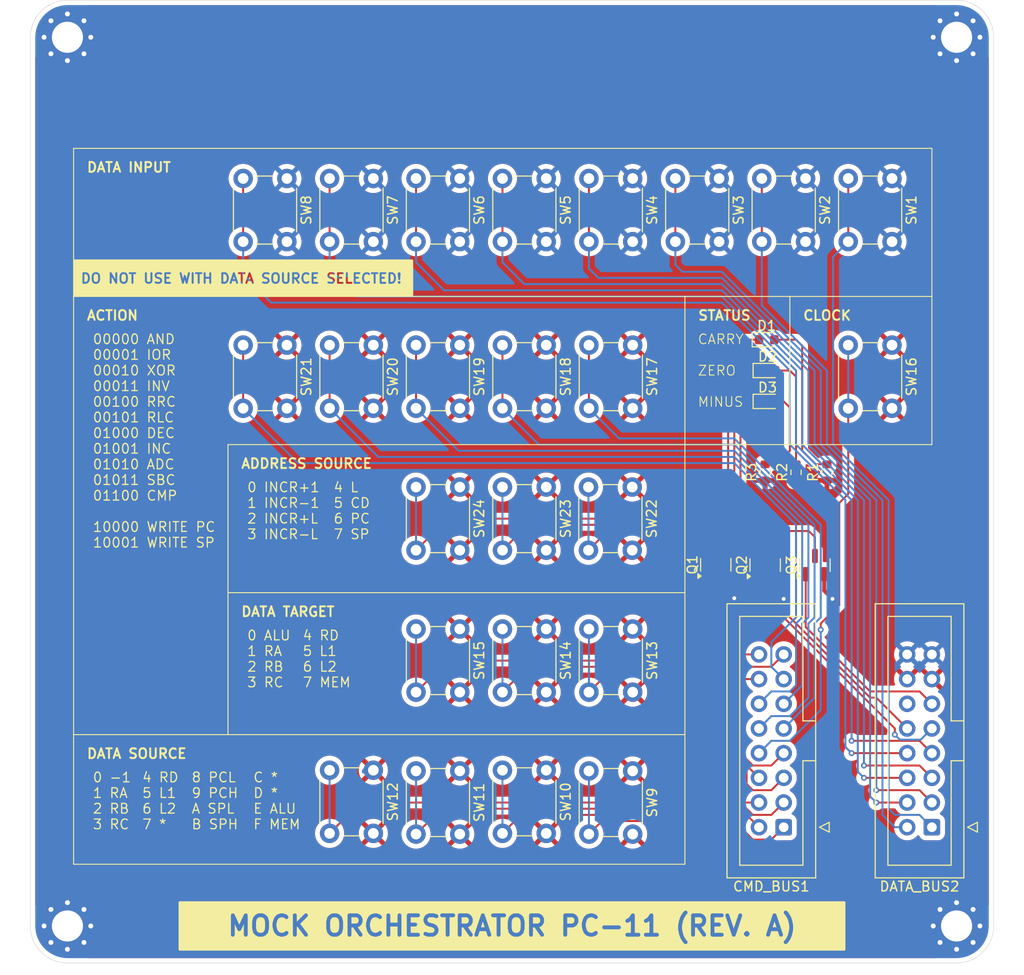
<source format=kicad_pcb>
(kicad_pcb (version 20241229) (generator "pcbnew") (generator_version "9.0")
  (title_block (title "Dual 8-Bit Register Unit") (date "2025-02-13") (rev "PC-01-A"))
  (layers (0 "F.Cu" signal) (2 "B.Cu" signal) (13 "F.Paste" user) (15 "B.Paste" user) (5 "F.SilkS" user "F.Silkscreen") (7 "B.SilkS" user "B.Silkscreen") (1 "F.Mask" user) (3 "B.Mask" user) (25 "Edge.Cuts" user))
  (net 0 "")
  (net 1 "/action2")
  (net 2 "/action0")
  (net 3 "/dtgt0")
  (net 4 "/asrc1")
  (net 5 "/dsrc3")
  (net 6 "/dtgt1")
  (net 7 "/dsrc0")
  (net 8 "/asrc0")
  (net 9 "/action4")
  (net 10 "/dsrc2")
  (net 11 "/dtgt2")
  (net 12 "/dsrc1")
  (net 13 "/action1")
  (net 14 "/asrc2")
  (net 15 "/action3")
  (net 16 "/carryFlag")
  (net 17 "/minusFlag")
  (net 18 "/zeroFlag")
  (net 19 "Net-(D1-A)")
  (net 20 "Net-(D1-K)")
  (net 21 "Net-(D2-K)")
  (net 22 "Net-(D2-A)")
  (net 23 "Net-(D3-K)")
  (net 24 "Net-(D3-A)")
  (net 25 "/data3")
  (net 26 "GND")
  (net 27 "/data2")
  (net 28 "/clock")
  (net 29 "/data6")
  (net 30 "/data5")
  (net 31 "/data7")
  (net 32 "VCC")
  (net 33 "/data4")
  (net 34 "/data0")
  (net 35 "/data1")
  (net 36 "/~{reset}")
  (footprint "Button_Switch_THT:SW_PUSH_6mm" (layer "F.Cu") (at 75.91 41.2 -90)
    (property "Reference" "SW7")
    (property "Value" "SW_Push")
  )
  (footprint "Button_Switch_THT:SW_PUSH_6mm" (layer "F.Cu") (at 102.58 41.2 -90)
    (property "Reference" "SW4")
    (property "Value" "SW_Push")
  )
  (footprint "Button_Switch_THT:SW_PUSH_6mm" (layer "F.Cu") (at 102.535 72.95 -90)
    (property "Reference" "SW22")
    (property "Value" "SW_Push")
  )
  (footprint "LED_SMD:LED_0603_1608Metric" (layer "F.Cu") (at 116.45 64.135)
    (property "Reference" "D3")
    (property "Value" "LED")
  )
  (footprint "Resistor_SMD:R_0603_1608Metric" (layer "F.Cu") (at 116.205 71.437 90)
    (property "Reference" "R3")
    (property "Value" "R")
  )
  (footprint "Button_Switch_THT:SW_PUSH_6mm" (layer "F.Cu") (at 67.02 41.2 -90)
    (property "Reference" "SW8")
    (property "Value" "SW_Push")
  )
  (footprint "Button_Switch_THT:SW_PUSH_6mm" (layer "F.Cu") (at 75.91 102.085 -90)
    (property "Reference" "SW12")
    (property "Value" "SW_Push")
  )
  (footprint "Package_TO_SOT_SMD:SOT-23" (layer "F.Cu") (at 121.325 80.9775 90)
    (property "Reference" "Q3")
    (property "Value" "2N7002")
  )
  (footprint "LED_SMD:LED_0603_1608Metric" (layer "F.Cu") (at 116.45 60.96)
    (property "Reference" "D2")
    (property "Value" "LED")
  )
  (footprint "Button_Switch_THT:SW_PUSH_6mm" (layer "F.Cu") (at 84.8 41.2 -90)
    (property "Reference" "SW6")
    (property "Value" "SW_Push")
  )
  (footprint "Button_Switch_THT:SW_PUSH_6mm" (layer "F.Cu") (at 67.02 58.345 -90)
    (property "Reference" "SW21")
    (property "Value" "SW_Push")
  )
  (footprint "Connector_IDC:IDC-Header_2x08_P2.54mm_Vertical" (layer "F.Cu") (at 133.35 107.95 180)
    (property "Reference" "DATA_BUS2")
    (property "Value" "Conn_01x16")
  )
  (footprint "Button_Switch_THT:SW_PUSH_6mm" (layer "F.Cu") (at 93.69 102.085 -90)
    (property "Reference" "SW10")
    (property "Value" "SW_Push")
  )
  (footprint "Button_Switch_THT:SW_PUSH_6mm" (layer "F.Cu") (at 102.58 87.555 -90)
    (property "Reference" "SW13")
    (property "Value" "SW_Push")
  )
  (footprint "Package_TO_SOT_SMD:SOT-23" (layer "F.Cu") (at 111.125 80.9475 90)
    (property "Reference" "Q1")
    (property "Value" "2N7002")
  )
  (footprint "Button_Switch_THT:SW_PUSH_6mm" (layer "F.Cu") (at 84.8 58.345 -90)
    (property "Reference" "SW19")
    (property "Value" "SW_Push")
  )
  (footprint "MountingHole:MountingHole_3.2mm_M3_Pad_Via" (layer "F.Cu") (at 135.89 118.11)
    (property "Reference" "H3" (hide yes))
    (property "Value" "MountingHole_Pad")
  )
  (footprint "Button_Switch_THT:SW_PUSH_6mm" (layer "F.Cu") (at 84.8 87.555 -90)
    (property "Reference" "SW15")
    (property "Value" "SW_Push")
  )
  (footprint "Button_Switch_THT:SW_PUSH_6mm" (layer "F.Cu") (at 93.69 72.95 -90)
    (property "Reference" "SW23")
    (property "Value" "SW_Push")
  )
  (footprint "Button_Switch_THT:SW_PUSH_6mm" (layer "F.Cu") (at 102.58 102.16 -90)
    (property "Reference" "SW9")
    (property "Value" "SW_Push")
  )
  (footprint "Button_Switch_THT:SW_PUSH_6mm" (layer "F.Cu") (at 93.69 87.555 -90)
    (property "Reference" "SW14")
    (property "Value" "SW_Push")
  )
  (footprint "Connector_IDC:IDC-Header_2x08_P2.54mm_Vertical" (layer "F.Cu") (at 118.11 107.95 180)
    (property "Reference" "CMD_BUS1")
    (property "Value" "Conn_01x16")
  )
  (footprint "Button_Switch_THT:SW_PUSH_6mm" (layer "F.Cu") (at 102.58 58.345 -90)
    (property "Reference" "SW17")
    (property "Value" "SW_Push")
  )
  (footprint "Button_Switch_THT:SW_PUSH_6mm" (layer "F.Cu") (at 84.8 72.95 -90)
    (property "Reference" "SW24")
    (property "Value" "SW_Push")
  )
  (footprint "LED_SMD:LED_0603_1608Metric" (layer "F.Cu") (at 116.3575 57.785)
    (property "Reference" "D1")
    (property "Value" "LED")
  )
  (footprint "Resistor_SMD:R_0603_1608Metric" (layer "F.Cu") (at 122.555 71.437 90)
    (property "Reference" "R1")
    (property "Value" "R")
  )
  (footprint "Button_Switch_THT:SW_PUSH_6mm" (layer "F.Cu") (at 111.47 41.2 -90)
    (property "Reference" "SW3")
    (property "Value" "SW_Push")
  )
  (footprint "Button_Switch_THT:SW_PUSH_6mm" (layer "F.Cu") (at 93.69 41.2 -90)
    (property "Reference" "SW5")
    (property "Value" "SW_Push")
  )
  (footprint "MountingHole:MountingHole_3.2mm_M3_Pad_Via" (layer "F.Cu") (at 44.45 26.67)
    (property "Reference" "H1" (hide yes))
    (property "Value" "MountingHole_Pad")
  )
  (footprint "Button_Switch_THT:SW_PUSH_6mm" (layer "F.Cu") (at 93.69 58.345 -90)
    (property "Reference" "SW18")
    (property "Value" "SW_Push")
  )
  (footprint "Resistor_SMD:R_0603_1608Metric" (layer "F.Cu") (at 119.38 71.437 90)
    (property "Reference" "R2")
    (property "Value" "R")
  )
  (footprint "Button_Switch_THT:SW_PUSH_6mm" (layer "F.Cu") (at 84.8 102.16 -90)
    (property "Reference" "SW11")
    (property "Value" "SW_Push")
  )
  (footprint "Button_Switch_THT:SW_PUSH_6mm" (layer "F.Cu") (at 129.25 58.345 -90)
    (property "Reference" "SW16")
    (property "Value" "SW_Push")
  )
  (footprint "MountingHole:MountingHole_3.2mm_M3_Pad_Via" (layer "F.Cu") (at 135.89 26.67)
    (property "Reference" "H2" (hide yes))
    (property "Value" "MountingHole_Pad")
  )
  (footprint "Button_Switch_THT:SW_PUSH_6mm" (layer "F.Cu") (at 75.91 58.345 -90)
    (property "Reference" "SW20")
    (property "Value" "SW_Push")
  )
  (footprint "Package_TO_SOT_SMD:SOT-23" (layer "F.Cu") (at 116.205 80.9775 90)
    (property "Reference" "Q2")
    (property "Value" "2N7002")
  )
  (footprint "MountingHole:MountingHole_3.2mm_M3_Pad_Via" (layer "F.Cu") (at 44.45 118.11)
    (property "Reference" "H4" (hide yes))
    (property "Value" "MountingHole_Pad")
  )
  (footprint "Button_Switch_THT:SW_PUSH_6mm" (layer "F.Cu") (at 120.36 41.2 -90)
    (property "Reference" "SW2")
    (property "Value" "SW_Push")
  )
  (footprint "Button_Switch_THT:SW_PUSH_6mm" (layer "F.Cu") (at 129.25 41.2 -90)
    (property "Reference" "SW1")
    (property "Value" "SW_Push")
  )
  (gr_line (start 107.95 68.58) (end 106.045 68.58) (stroke (width 0.1)) (layer "F.SilkS"))
  (gr_line (start 107.95 111.76) (end 107.95 98.425) (stroke (width 0.1)) (layer "F.SilkS"))
  (gr_line (start 67.31 53.34) (end 45.085 53.34) (stroke (width 0.1)) (layer "F.SilkS"))
  (gr_line (start 133.35 53.34) (end 133.35 68.58) (stroke (width 0.1)) (layer "F.SilkS"))
  (gr_line (start 107.95 83.82) (end 107.95 68.58) (stroke (width 0.1)) (layer "F.SilkS"))
  (gr_line (start 45.085 38.1) (end 45.085 53.34) (stroke (width 0.1)) (layer "F.SilkS"))
  (gr_line (start 60.96 83.82) (end 107.95 83.82) (stroke (width 0.1)) (layer "F.SilkS"))
  (gr_line (start 107.95 68.58) (end 107.95 53.34) (stroke (width 0.1)) (layer "F.SilkS"))
  (gr_line (start 45.085 53.34) (end 45.085 98.425) (stroke (width 0.1)) (layer "F.SilkS"))
  (gr_line (start 133.35 53.34) (end 133.35 38.1) (stroke (width 0.1)) (layer "F.SilkS"))
  (gr_line (start 60.96 98.425) (end 45.085 98.425) (stroke (width 0.1)) (layer "F.SilkS"))
  (gr_line (start 60.96 68.58) (end 60.96 83.82) (stroke (width 0.1)) (layer "F.SilkS"))
  (gr_line (start 133.35 68.58) (end 107.95 68.58) (stroke (width 0.1)) (layer "F.SilkS"))
  (gr_line (start 45.085 98.425) (end 45.085 111.125) (stroke (width 0.1)) (layer "F.SilkS"))
  (gr_line (start 45.085 111.125) (end 45.085 111.76) (stroke (width 0.1)) (layer "F.SilkS"))
  (gr_line (start 107.95 98.425) (end 60.96 98.425) (stroke (width 0.1)) (layer "F.SilkS"))
  (gr_line (start 45.085 111.76) (end 107.95 111.76) (stroke (width 0.1)) (layer "F.SilkS"))
  (gr_line (start 107.95 53.34) (end 67.31 53.34) (stroke (width 0.1)) (layer "F.SilkS"))
  (gr_line (start 107.95 83.82) (end 107.95 98.425) (stroke (width 0.1)) (layer "F.SilkS"))
  (gr_line (start 106.045 68.58) (end 60.96 68.58) (stroke (width 0.1)) (layer "F.SilkS"))
  (gr_line (start 107.95 53.34) (end 133.35 53.34) (stroke (width 0.1)) (layer "F.SilkS"))
  (gr_line (start 118.745 53.34) (end 118.745 68.58) (stroke (width 0.1)) (layer "F.SilkS"))
  (gr_line (start 60.96 98.425) (end 60.96 83.82) (stroke (width 0.1)) (layer "F.SilkS"))
  (gr_line (start 133.35 38.1) (end 45.085 38.1) (stroke (width 0.1)) (layer "F.SilkS"))
  (gr_line (start 139.7 26.67) (end 139.7 118.11) (stroke (width 0.05)) (layer "Edge.Cuts"))
  (gr_arc (start 135.89 22.86) (mid 138.584077 23.975923) (end 139.7 26.67) (stroke (width 0.05)) (layer "Edge.Cuts"))
  (gr_line (start 40.64 118.11) (end 40.64 26.67) (stroke (width 0.05)) (layer "Edge.Cuts"))
  (gr_line (start 44.45 22.86) (end 135.89 22.86) (stroke (width 0.05)) (layer "Edge.Cuts"))
  (gr_line (start 135.89 121.92) (end 44.45 121.92) (stroke (width 0.05)) (layer "Edge.Cuts"))
  (gr_arc (start 44.45 121.92) (mid 41.755923 120.804077) (end 40.64 118.11) (stroke (width 0.05)) (layer "Edge.Cuts"))
  (gr_arc (start 139.7 118.11) (mid 138.584077 120.804077) (end 135.89 121.92) (stroke (width 0.05)) (layer "Edge.Cuts"))
  (gr_arc (start 40.64 26.67) (mid 41.755923 23.975923) (end 44.45 22.86) (stroke (width 0.05)) (layer "Edge.Cuts"))
  (gr_text "C *\nD *\nE ALU\nF MEM" (at 63.5 102.235 0) (layer "F.SilkS") (effects (font (size 1 1) (thickness 0.125)) (justify left top)))
  (gr_text "DATA SOURCE" (at 46.355 100.965 0) (layer "F.SilkS") (effects (font (size 1 1) (thickness 0.2) (bold yes)) (justify left bottom)))
  (gr_text "8 PCL\n9 PCH\nA SPL\nB SPH" (at 57.15 102.235 0) (layer "F.SilkS") (effects (font (size 1 1) (thickness 0.125)) (justify left top)))
  (gr_text "0 ALU\n1 RA\n2 RB\n3 RC" (at 62.865 87.63 0) (layer "F.SilkS") (effects (font (size 1 1) (thickness 0.125)) (justify left top)))
  (gr_text "CARRY\n\nZERO\n\nMINUS" (at 109.22 64.77 0) (layer "F.SilkS") (effects (font (size 1 1) (thickness 0.1)) (justify left bottom)))
  (gr_text "4 RD\n5 L1\n6 L2\n7 MEM" (at 68.58 87.63 0) (layer "F.SilkS") (effects (font (size 1 1) (thickness 0.125)) (justify left top)))
  (gr_text "00000 AND\n00001 IOR\n00010 XOR\n00011 INV\n00100 RRC\n00101 RLC\n01000 DEC\n01001 INC\n01010 ADC\n01011 SBC\n01100 CMP\n\n10000 WRITE PC\n10001 WRITE SP" (at 46.99 57.15 0) (layer "F.SilkS") (effects (font (size 1 1) (thickness 0.125)) (justify left top)))
  (gr_text "DATA TARGET" (at 62.23 86.36 0) (layer "F.SilkS") (effects (font (size 1 1) (thickness 0.2) (bold yes)) (justify left bottom)))
  (gr_text "DATA INPUT" (at 46.355 40.64 0) (layer "F.SilkS") (effects (font (size 1 1) (thickness 0.2) (bold yes)) (justify left bottom)))
  (gr_text "0 INCR+1\n1 INCR-1\n2 INCR+L \n3 INCR-L" (at 62.865 72.39 0) (layer "F.SilkS") (effects (font (size 1 1) (thickness 0.125)) (justify left top)))
  (gr_text "4 RD\n5 L1\n6 L2\n7 *" (at 52.07 102.235 0) (layer "F.SilkS") (effects (font (size 1 1) (thickness 0.125)) (justify left top)))
  (gr_text "CLOCK" (at 120.015 55.88 0) (layer "F.SilkS") (effects (font (size 1 1) (thickness 0.2) (bold yes)) (justify left bottom)))
  (gr_text "0 -1\n1 RA\n2 RB\n3 RC" (at 46.99 102.235 0) (layer "F.SilkS") (effects (font (size 1 1) (thickness 0.125)) (justify left top)))
  (gr_text "ADDRESS SOURCE" (at 62.23 71.12 0) (layer "F.SilkS") (effects (font (size 1 1) (thickness 0.2) (bold yes)) (justify left bottom)))
  (gr_text "4 L\n5 CD\n6 PC\n7 SP" (at 71.755 72.39 0) (layer "F.SilkS") (effects (font (size 1 1) (thickness 0.125)) (justify left top)))
  (gr_text "DO NOT USE WITH DATA SOURCE SELECTED!" (at 45.72 52.07 0) (layer "F.SilkS" knockout) (effects (font (size 1 1) (thickness 0.2) (bold yes)) (justify left bottom)))
  (gr_text "ACTION" (at 46.355 55.88 0) (layer "F.SilkS") (effects (font (size 1 1) (thickness 0.2) (bold yes)) (justify left bottom)))
  (gr_text "STATUS" (at 109.22 55.88 0) (layer "F.SilkS") (effects (font (size 1 1) (thickness 0.2) (bold yes)) (justify left bottom)))
  (gr_text "MOCK ORCHESTRATOR PC-11 (REV. A)" (at 90.17 118.11 0) (layer "F.SilkS" knockout) (effects (font (size 2 2) (thickness 0.4) (bold yes))))
  (segment (start 80.3 64.845) (end 80.3 58.345) (width 0.2) (layer "F.Cu") (net 1))
  (segment (start 120.65 86.36) (end 120.65 76.835) (width 0.2) (layer "B.Cu") (net 1))
  (segment (start 113.03 69.215) (end 84.67 69.215) (width 0.2) (layer "B.Cu") (net 1))
  (segment (start 120.015 86.995) (end 120.65 86.36) (width 0.2) (layer "B.Cu") (net 1))
  (segment (start 120.65 76.835) (end 113.03 69.215) (width 0.2) (layer "B.Cu") (net 1))
  (segment (start 118.11 95.25) (end 120.015 93.345) (width 0.2) (layer "B.Cu") (net 1))
  (segment (start 84.67 69.215) (end 80.3 64.845) (width 0.2) (layer "B.Cu") (net 1))
  (segment (start 120.015 93.345) (end 120.015 86.995) (width 0.2) (layer "B.Cu") (net 1))
  (segment (start 98.08 58.345) (end 98.08 64.845) (width 0.2) (layer "F.Cu") (net 2))
  (segment (start 121.92 76.835) (end 113.03 67.945) (width 0.2) (layer "B.Cu") (net 2))
  (segment (start 121.285 94.615) (end 121.285 86.995) (width 0.2) (layer "B.Cu") (net 2))
  (segment (start 113.03 67.945) (end 101.18 67.945) (width 0.2) (layer "B.Cu") (net 2))
  (segment (start 118.11 97.79) (end 121.285 94.615) (width 0.2) (layer "B.Cu") (net 2))
  (segment (start 121.285 86.995) (end 121.92 86.36) (width 0.2) (layer "B.Cu") (net 2))
  (segment (start 101.18 67.945) (end 98.08 64.845) (width 0.2) (layer "B.Cu") (net 2))
  (segment (start 121.92 86.36) (end 121.92 76.835) (width 0.2) (layer "B.Cu") (net 2))
  (segment (start 114.3 103.505) (end 114.3 102.235) (width 0.2) (layer "F.Cu") (net 3))
  (segment (start 114.935 104.14) (end 114.3 103.505) (width 0.2) (layer "F.Cu") (net 3))
  (segment (start 114.3 102.235) (end 104.14 92.075) (width 0.2) (layer "F.Cu") (net 3))
  (segment (start 100.06 92.075) (end 98.08 94.055) (width 0.2) (layer "F.Cu") (net 3))
  (segment (start 104.14 92.075) (end 100.06 92.075) (width 0.2) (layer "F.Cu") (net 3))
  (segment (start 118.11 102.87) (end 116.84 104.14) (width 0.2) (layer "F.Cu") (net 3))
  (segment (start 116.84 104.14) (end 114.935 104.14) (width 0.2) (layer "F.Cu") (net 3))
  (segment (start 98.08 87.555) (end 98.08 94.055) (width 0.2) (layer "B.Cu") (net 3))
  (segment (start 91.805 76.835) (end 89.19 79.45) (width 0.2) (layer "F.Cu") (net 4))
  (segment (start 107.95 88.265) (end 111.125 91.44) (width 0.2) (layer "F.Cu") (net 4))
  (segment (start 106.045 76.835) (end 91.805 76.835) (width 0.2) (layer "F.Cu") (net 4))
  (segment (start 107.95 88.265) (end 107.95 78.74) (width 0.2) (layer "F.Cu") (net 4))
  (segment (start 111.125 91.44) (end 116.84 91.44) (width 0.2) (layer "F.Cu") (net 4))
  (segment (start 116.84 91.44) (end 118.11 90.17) (width 0.2) (layer "F.Cu") (net 4))
  (segment (start 107.95 78.74) (end 106.045 76.835) (width 0.2) (layer "F.Cu") (net 4))
  (segment (start 89.19 79.45) (end 89.19 72.95) (width 0.2) (layer "B.Cu") (net 4))
  (segment (start 74.585 105.41) (end 71.41 108.585) (width 0.2) (layer "F.Cu") (net 5))
  (segment (start 115.57 105.41) (end 74.585 105.41) (width 0.2) (layer "F.Cu") (net 5))
  (segment (start 71.41 102.085) (end 71.41 108.585) (width 0.2) (layer "B.Cu") (net 5))
  (segment (start 91.805 91.44) (end 104.14 91.44) (width 0.2) (layer "F.Cu") (net 6))
  (segment (start 89.19 94.055) (end 91.805 91.44) (width 0.2) (layer "F.Cu") (net 6))
  (segment (start 104.14 91.44) (end 115.57 102.87) (width 0.2) (layer "F.Cu") (net 6))
  (segment (start 89.19 94.055) (end 89.19 87.555) (width 0.2) (layer "B.Cu") (net 6))
  (segment (start 98.08 108.66) (end 99.425 107.315) (width 0.2) (layer "F.Cu") (net 7))
  (segment (start 114.935 109.22) (end 116.84 109.22) (width 0.2) (layer "F.Cu") (net 7))
  (segment (start 116.84 109.22) (end 118.11 107.95) (width 0.2) (layer "F.Cu") (net 7))
  (segment (start 99.425 107.315) (end 113.03 107.315) (width 0.2) (layer "F.Cu") (net 7))
  (segment (start 113.03 107.315) (end 114.935 109.22) (width 0.2) (layer "F.Cu") (net 7))
  (segment (start 98.08 108.66) (end 98.08 102.16) (width 0.2) (layer "B.Cu") (net 7))
  (segment (start 115.57 92.71) (end 111.76 92.71) (width 0.2) (layer "F.Cu") (net 8))
  (segment (start 106.045 77.47) (end 107.315 78.74) (width 0.2) (layer "F.Cu") (net 8))
  (segment (start 100.015 77.47) (end 106.045 77.47) (width 0.2) (layer "F.Cu") (net 8))
  (segment (start 107.315 78.74) (end 107.315 88.265) (width 0.2) (layer "F.Cu") (net 8))
  (segment (start 98.035 79.45) (end 100.015 77.47) (width 0.2) (layer "F.Cu") (net 8))
  (segment (start 107.315 88.265) (end 111.76 92.71) (width 0.2) (layer "F.Cu") (net 8))
  (segment (start 98.035 72.95) (end 98.035 79.45) (width 0.2) (layer "B.Cu") (net 8))
  (segment (start 62.52 58.345) (end 62.52 64.845) (width 0.2) (layer "F.Cu") (net 9))
  (segment (start 68.16 70.485) (end 62.52 64.845) (width 0.2) (layer "B.Cu") (net 9))
  (segment (start 116.84 88.9) (end 119.38 86.36) (width 0.2) (layer "B.Cu") (net 9))
  (segment (start 119.38 76.835) (end 113.03 70.485) (width 0.2) (layer "B.Cu") (net 9))
  (segment (start 118.11 92.71) (end 116.84 91.44) (width 0.2) (layer "B.Cu") (net 9))
  (segment (start 116.84 91.44) (end 116.84 88.9) (width 0.2) (layer "B.Cu") (net 9))
  (segment (start 119.38 86.36) (end 119.38 76.835) (width 0.2) (layer "B.Cu") (net 9))
  (segment (start 113.03 70.485) (end 68.16 70.485) (width 0.2) (layer "B.Cu") (net 9))
  (segment (start 116.84 106.68) (end 118.11 105.41) (width 0.2) (layer "F.Cu") (net 10))
  (segment (start 80.3 108.66) (end 82.915 106.045) (width 0.2) (layer "F.Cu") (net 10))
  (segment (start 114.3 106.045) (end 114.935 106.68) (width 0.2) (layer "F.Cu") (net 10))
  (segment (start 82.915 106.045) (end 114.3 106.045) (width 0.2) (layer "F.Cu") (net 10))
  (segment (start 114.935 106.68) (end 116.84 106.68) (width 0.2) (layer "F.Cu") (net 10))
  (segment (start 80.3 102.16) (end 80.3 108.66) (width 0.2) (layer "B.Cu") (net 10))
  (segment (start 114.935 101.6) (end 116.84 101.6) (width 0.2) (layer "F.Cu") (net 11))
  (segment (start 104.14 90.805) (end 114.935 101.6) (width 0.2) (layer "F.Cu") (net 11))
  (segment (start 80.3 94.055) (end 83.55 90.805) (width 0.2) (layer "F.Cu") (net 11))
  (segment (start 83.55 90.805) (end 104.14 90.805) (width 0.2) (layer "F.Cu") (net 11))
  (segment (start 116.84 101.6) (end 118.11 100.33) (width 0.2) (layer "F.Cu") (net 11))
  (segment (start 80.3 87.555) (end 80.3 94.055) (width 0.2) (layer "B.Cu") (net 11))
  (segment (start 114.3 106.68) (end 91.095 106.68) (width 0.2) (layer "F.Cu") (net 12))
  (segment (start 91.095 106.68) (end 89.19 108.585) (width 0.2) (layer "F.Cu") (net 12))
  (segment (start 115.57 107.95) (end 114.3 106.68) (width 0.2) (layer "F.Cu") (net 12))
  (segment (start 89.19 102.085) (end 89.19 108.585) (width 0.2) (layer "B.Cu") (net 12))
  (segment (start 89.19 58.345) (end 89.19 64.845) (width 0.2) (layer "F.Cu") (net 13))
  (segment (start 121.285 76.835) (end 121.285 86.36) (width 0.2) (layer "B.Cu") (net 13))
  (segment (start 120.65 86.995) (end 120.65 94.615) (width 0.2) (layer "B.Cu") (net 13))
  (segment (start 89.19 64.845) (end 92.925 68.58) (width 0.2) (layer "B.Cu") (net 13))
  (segment (start 116.84 96.52) (end 115.57 97.79) (width 0.2) (layer "B.Cu") (net 13))
  (segment (start 118.745 96.52) (end 116.84 96.52) (width 0.2) (layer "B.Cu") (net 13))
  (segment (start 120.65 94.615) (end 118.745 96.52) (width 0.2) (layer "B.Cu") (net 13))
  (segment (start 92.925 68.58) (end 113.03 68.58) (width 0.2) (layer "B.Cu") (net 13))
  (segment (start 113.03 68.58) (end 121.285 76.835) (width 0.2) (layer "B.Cu") (net 13))
  (segment (start 121.285 86.36) (end 120.65 86.995) (width 0.2) (layer "B.Cu") (net 13))
  (segment (start 108.585 78.74) (end 108.585 88.265) (width 0.2) (layer "F.Cu") (net 14))
  (segment (start 83.55 76.2) (end 106.045 76.2) (width 0.2) (layer "F.Cu") (net 14))
  (segment (start 108.585 88.265) (end 110.49 90.17) (width 0.2) (layer "F.Cu") (net 14))
  (segment (start 80.3 79.45) (end 83.55 76.2) (width 0.2) (layer "F.Cu") (net 14))
  (segment (start 106.045 76.2) (end 108.585 78.74) (width 0.2) (layer "F.Cu") (net 14))
  (segment (start 110.49 90.17) (end 115.57 90.17) (width 0.2) (layer "F.Cu") (net 14))
  (segment (start 80.3 72.95) (end 80.3 79.45) (width 0.2) (layer "B.Cu") (net 14))
  (segment (start 71.41 58.345) (end 71.41 64.845) (width 0.2) (layer "F.Cu") (net 15))
  (segment (start 76.415 69.85) (end 113.03 69.85) (width 0.2) (layer "B.Cu") (net 15))
  (segment (start 118.745 93.98) (end 116.84 93.98) (width 0.2) (layer "B.Cu") (net 15))
  (segment (start 119.38 86.995) (end 119.38 93.345) (width 0.2) (layer "B.Cu") (net 15))
  (segment (start 71.41 64.845) (end 76.415 69.85) (width 0.2) (layer "B.Cu") (net 15))
  (segment (start 119.38 93.345) (end 118.745 93.98) (width 0.2) (layer "B.Cu") (net 15))
  (segment (start 120.015 76.835) (end 120.015 86.36) (width 0.2) (layer "B.Cu") (net 15))
  (segment (start 120.015 86.36) (end 119.38 86.995) (width 0.2) (layer "B.Cu") (net 15))
  (segment (start 116.84 93.98) (end 115.57 95.25) (width 0.2) (layer "B.Cu") (net 15))
  (segment (start 113.03 69.85) (end 120.015 76.835) (width 0.2) (layer "B.Cu") (net 15))
  (segment (start 116.84 85.09) (end 129.54 97.79) (width 0.2) (layer "F.Cu") (net 16))
  (segment (start 129.54 98.425) (end 129.54 97.79) (width 0.2) (layer "F.Cu") (net 16))
  (segment (start 111.76 85.09) (end 110.175 83.505) (width 0.2) (layer "F.Cu") (net 16))
  (segment (start 110.175 83.505) (end 110.175 81.885) (width 0.2) (layer "F.Cu") (net 16))
  (segment (start 116.84 85.09) (end 111.76 85.09) (width 0.2) (layer "F.Cu") (net 16))
  (via (at 129.54 98.425) (size 0.6) (drill 0.3) (layers "F.Cu" "B.Cu") (net 16))
  (segment (start 130.056 98.941) (end 129.54 98.425) (width 0.2) (layer "B.Cu") (net 16))
  (segment (start 132.199 98.941) (end 130.056 98.941) (width 0.2) (layer "B.Cu") (net 16))
  (segment (start 133.35 97.79) (end 132.199 98.941) (width 0.2) (layer "B.Cu") (net 16))
  (segment (start 127 93.98) (end 132.08 93.98) (width 0.2) (layer "F.Cu") (net 17))
  (segment (start 132.08 93.98) (end 133.35 95.25) (width 0.2) (layer "F.Cu") (net 17))
  (segment (start 120.375 81.915) (end 120.375 87.355) (width 0.2) (layer "F.Cu") (net 17))
  (segment (start 120.375 87.355) (end 127 93.98) (width 0.2) (layer "F.Cu") (net 17))
  (segment (start 127 94.615) (end 115.255 82.87) (width 0.2) (layer "F.Cu") (net 18))
  (segment (start 127.635 94.615) (end 127 94.615) (width 0.2) (layer "F.Cu") (net 18))
  (segment (start 130.81 97.79) (end 127.635 94.615) (width 0.2) (layer "F.Cu") (net 18))
  (segment (start 115.255 82.87) (end 115.255 81.915) (width 0.2) (layer "F.Cu") (net 18))
  (segment (start 120.015 58.42) (end 120.015 69.215) (width 0.2) (layer "F.Cu") (net 19))
  (segment (start 121.412 70.612) (end 122.555 70.612) (width 0.2) (layer "F.Cu") (net 19))
  (segment (start 119.38 57.785) (end 120.015 58.42) (width 0.2) (layer "F.Cu") (net 19))
  (segment (start 120.015 69.215) (end 121.412 70.612) (width 0.2) (layer "F.Cu") (net 19))
  (segment (start 117.145 57.785) (end 119.38 57.785) (width 0.2) (layer "F.Cu") (net 19))
  (segment (start 112.395 76.835) (end 111.125 78.105) (width 0.2) (layer "F.Cu") (net 20))
  (segment (start 113.03 57.785) (end 112.395 58.42) (width 0.2) (layer "F.Cu") (net 20))
  (segment (start 111.125 78.105) (end 111.125 80.01) (width 0.2) (layer "F.Cu") (net 20))
  (segment (start 112.395 58.42) (end 112.395 76.835) (width 0.2) (layer "F.Cu") (net 20))
  (segment (start 115.57 57.785) (end 113.03 57.785) (width 0.2) (layer "F.Cu") (net 20))
  (segment (start 113.03 76.835) (end 114.3 78.105) (width 0.2) (layer "F.Cu") (net 21))
  (segment (start 115.57 78.105) (end 116.205 78.74) (width 0.2) (layer "F.Cu") (net 21))
  (segment (start 116.205 78.74) (end 116.205 80.04) (width 0.2) (layer "F.Cu") (net 21))
  (segment (start 113.03 61.595) (end 113.03 76.835) (width 0.2) (layer "F.Cu") (net 21))
  (segment (start 114.3 78.105) (end 115.57 78.105) (width 0.2) (layer "F.Cu") (net 21))
  (segment (start 115.6625 60.96) (end 113.665 60.96) (width 0.2) (layer "F.Cu") (net 21))
  (segment (start 113.665 60.96) (end 113.03 61.595) (width 0.2) (layer "F.Cu") (net 21))
  (segment (start 119.38 70.612) (end 119.38 61.595) (width 0.2) (layer "F.Cu") (net 22))
  (segment (start 119.38 61.595) (end 118.745 60.96) (width 0.2) (layer "F.Cu") (net 22))
  (segment (start 118.745 60.96) (end 117.2375 60.96) (width 0.2) (layer "F.Cu") (net 22))
  (segment (start 114.3 64.135) (end 113.665 64.77) (width 0.2) (layer "F.Cu") (net 23))
  (segment (start 120.69 77.47) (end 121.325 78.105) (width 0.2) (layer "F.Cu") (net 23))
  (segment (start 113.665 76.835) (end 114.3 77.47) (width 0.2) (layer "F.Cu") (net 23))
  (segment (start 113.665 64.77) (end 113.665 76.835) (width 0.2) (layer "F.Cu") (net 23))
  (segment (start 121.325 78.105) (end 121.325 80.04) (width 0.2) (layer "F.Cu") (net 23))
  (segment (start 114.3 77.47) (end 120.69 77.47) (width 0.2) (layer "F.Cu") (net 23))
  (segment (start 115.6625 64.135) (end 114.3 64.135) (width 0.2) (layer "F.Cu") (net 23))
  (segment (start 118.745 69.215) (end 118.745 64.77) (width 0.2) (layer "F.Cu") (net 24))
  (segment (start 118.11 64.135) (end 117.2375 64.135) (width 0.2) (layer "F.Cu") (net 24))
  (segment (start 118.745 64.77) (end 118.11 64.135) (width 0.2) (layer "F.Cu") (net 24))
  (segment (start 117.348 70.612) (end 118.745 69.215) (width 0.2) (layer "F.Cu") (net 24))
  (segment (start 116.205 70.612) (end 117.348 70.612) (width 0.2) (layer "F.Cu") (net 24))
  (segment (start 98.08 41.2) (end 98.08 47.7) (width 0.2) (layer "F.Cu") (net 25))
  (segment (start 130.81 105.41) (end 127.635 105.41) (width 0.2) (layer "F.Cu") (net 25))
  (via (at 127.635 105.41) (size 0.6) (drill 0.3) (layers "F.Cu" "B.Cu") (net 25))
  (segment (start 121.285 68.58) (end 127 74.295) (width 0.2) (layer "B.Cu") (net 25))
  (segment (start 99.06 51.435) (end 111.76 51.435) (width 0.2) (layer "B.Cu") (net 25))
  (segment (start 111.76 51.435) (end 121.285 60.96) (width 0.2) (layer "B.Cu") (net 25))
  (segment (start 127 104.775) (end 127.635 105.41) (width 0.2) (layer "B.Cu") (net 25))
  (segment (start 98.08 47.7) (end 98.08 50.455) (width 0.2) (layer "B.Cu") (net 25))
  (segment (start 98.08 50.455) (end 99.06 51.435) (width 0.2) (layer "B.Cu") (net 25))
  (segment (start 121.285 60.96) (end 121.285 68.58) (width 0.2) (layer "B.Cu") (net 25))
  (segment (start 127 74.295) (end 127 104.775) (width 0.2) (layer "B.Cu") (net 25))
  (segment (start 122.275 81.915) (end 122.275 83.605) (width 0.4) (layer "F.Cu") (net 26))
  (segment (start 117.155 81.915) (end 117.155 83.5) (width 0.4) (layer "F.Cu") (net 26))
  (segment (start 122.275 83.605) (end 123.125 84.455) (width 0.4) (layer "F.Cu") (net 26))
  (segment (start 117.155 83.5) (end 118.11 84.455) (width 0.4) (layer "F.Cu") (net 26))
  (segment (start 112.075 81.885) (end 112.075 83.435) (width 0.4) (layer "F.Cu") (net 26))
  (segment (start 112.075 83.435) (end 113.03 84.39) (width 0.4) (layer "F.Cu") (net 26))
  (via (at 123.125 84.455) (size 0.8) (drill 0.4) (layers "F.Cu" "B.Cu") (net 26))
  (via (at 113.03 84.39) (size 0.8) (drill 0.4) (layers "F.Cu" "B.Cu") (net 26))
  (via (at 118.11 84.455) (size 0.8) (drill 0.4) (layers "F.Cu" "B.Cu") (net 26))
  (segment (start 132.08 104.14) (end 127.635 104.14) (width 0.2) (layer "F.Cu") (net 27))
  (segment (start 133.35 105.41) (end 132.08 104.14) (width 0.2) (layer "F.Cu") (net 27))
  (segment (start 106.97 47.7) (end 106.97 41.2) (width 0.2) (layer "F.Cu") (net 27))
  (via (at 127.635 104.14) (size 0.6) (drill 0.3) (layers "F.Cu" "B.Cu") (net 27))
  (segment (start 107.696 50.8) (end 111.76 50.8) (width 0.2) (layer "B.Cu") (net 27))
  (segment (start 111.76 50.8) (end 121.92 60.96) (width 0.2) (layer "B.Cu") (net 27))
  (segment (start 106.97 50.074) (end 107.696 50.8) (width 0.2) (layer "B.Cu") (net 27))
  (segment (start 121.92 68.58) (end 127.635 74.295) (width 0.2) (layer "B.Cu") (net 27))
  (segment (start 121.92 60.96) (end 121.92 68.58) (width 0.2) (layer "B.Cu") (net 27))
  (segment (start 127.635 74.295) (end 127.635 104.14) (width 0.2) (layer "B.Cu") (net 27))
  (segment (start 106.97 47.7) (end 106.97 50.074) (width 0.2) (layer "B.Cu") (net 27))
  (segment (start 123.825 74.585) (end 124.75 73.66) (width 0.2) (layer "F.Cu") (net 28))
  (segment (start 123.825 85.09) (end 121.92 86.995) (width 0.2) (layer "F.Cu") (net 28))
  (segment (start 123.825 85.09) (end 123.825 74.585) (width 0.2) (layer "F.Cu") (net 28))
  (segment (start 121.92 86.995) (end 121.92 87.63) (width 0.2) (layer "F.Cu") (net 28))
  (segment (start 124.75 73.66) (end 124.75 64.845) (width 0.2) (layer "F.Cu") (net 28))
  (via (at 121.92 87.63) (size 0.6) (drill 0.3) (layers "F.Cu" "B.Cu") (net 28))
  (segment (start 121.92 95.885) (end 118.745 99.06) (width 0.2) (layer "B.Cu") (net 28))
  (segment (start 116.84 99.06) (end 115.57 100.33) (width 0.2) (layer "B.Cu") (net 28))
  (segment (start 121.92 88.9) (end 121.92 95.885) (width 0.2) (layer "B.Cu") (net 28))
  (segment (start 118.745 99.06) (end 116.84 99.06) (width 0.2) (layer "B.Cu") (net 28))
  (segment (start 124.75 58.345) (end 124.75 64.845) (width 0.2) (layer "B.Cu") (net 28))
  (segment (start 121.92 87.63) (end 121.92 88.9) (width 0.2) (layer "B.Cu") (net 28))
  (segment (start 132.08 99.06) (end 125.095 99.06) (width 0.2) (layer "F.Cu") (net 29))
  (segment (start 133.35 100.33) (end 132.08 99.06) (width 0.2) (layer "F.Cu") (net 29))
  (segment (start 71.41 47.7) (end 71.41 41.2) (width 0.2) (layer "F.Cu") (net 29))
  (via (at 125.095 99.06) (size 0.6) (drill 0.3) (layers "F.Cu" "B.Cu") (net 29))
  (segment (start 119.38 60.96) (end 119.38 68.58) (width 0.2) (layer "B.Cu") (net 29))
  (segment (start 125.095 74.295) (end 125.095 99.06) (width 0.2) (layer "B.Cu") (net 29))
  (segment (start 74.295 53.34) (end 111.76 53.34) (width 0.2) (layer "B.Cu") (net 29))
  (segment (start 119.38 68.58) (end 125.095 74.295) (width 0.2) (layer "B.Cu") (net 29))
  (segment (start 71.41 50.455) (end 74.295 53.34) (width 0.2) (layer "B.Cu") (net 29))
  (segment (start 111.76 53.34) (end 119.38 60.96) (width 0.2) (layer "B.Cu") (net 29))
  (segment (start 71.41 47.7) (end 71.41 50.455) (width 0.2) (layer "B.Cu") (net 29))
  (segment (start 80.3 41.2) (end 80.3 47.7) (width 0.2) (layer "F.Cu") (net 30))
  (segment (start 130.81 102.87) (end 126.365 102.87) (width 0.2) (layer "F.Cu") (net 30))
  (via (at 126.365 102.87) (size 0.6) (drill 0.3) (layers "F.Cu" "B.Cu") (net 30))
  (segment (start 111.76 52.705) (end 120.015 60.96) (width 0.2) (layer "B.Cu") (net 30))
  (segment (start 83.185 52.705) (end 111.76 52.705) (width 0.2) (layer "B.Cu") (net 30))
  (segment (start 125.73 102.235) (end 126.365 102.87) (width 0.2) (layer "B.Cu") (net 30))
  (segment (start 125.73 74.295) (end 125.73 102.235) (width 0.2) (layer "B.Cu") (net 30))
  (segment (start 80.3 47.7) (end 80.3 49.82) (width 0.2) (layer "B.Cu") (net 30))
  (segment (start 120.015 68.58) (end 125.73 74.295) (width 0.2) (layer "B.Cu") (net 30))
  (segment (start 120.015 60.96) (end 120.015 68.58) (width 0.2) (layer "B.Cu") (net 30))
  (segment (start 80.3 49.82) (end 83.185 52.705) (width 0.2) (layer "B.Cu") (net 30))
  (segment (start 130.81 100.33) (end 125.095 100.33) (width 0.2) (layer "F.Cu") (net 31))
  (segment (start 62.52 47.7) (end 62.52 41.2) (width 0.2) (layer "F.Cu") (net 31))
  (via (at 125.095 100.33) (size 0.6) (drill 0.3) (layers "F.Cu" "B.Cu") (net 31))
  (segment (start 111.76 53.975) (end 118.745 60.96) (width 0.2) (layer "B.Cu") (net 31))
  (segment (start 118.745 68.58) (end 124.46 74.295) (width 0.2) (layer "B.Cu") (net 31))
  (segment (start 65.405 53.975) (end 111.76 53.975) (width 0.2) (layer "B.Cu") (net 31))
  (segment (start 124.46 74.295) (end 124.46 99.695) (width 0.2) (layer "B.Cu") (net 31))
  (segment (start 124.46 99.695) (end 125.095 100.33) (width 0.2) (layer "B.Cu") (net 31))
  (segment (start 118.745 60.96) (end 118.745 68.58) (width 0.2) (layer "B.Cu") (net 31))
  (segment (start 62.52 51.09) (end 65.405 53.975) (width 0.2) (layer "B.Cu") (net 31))
  (segment (start 62.52 47.7) (end 62.52 51.09) (width 0.2) (layer "B.Cu") (net 31))
  (segment (start 74.975 102.19) (end 74.975 102.085) (width 0.4) (layer "B.Cu") (net 32))
  (segment (start 74.975 102.19) (end 74.93 102.235) (width 0.4) (layer "B.Cu") (net 32))
  (segment (start 89.19 47.7) (end 89.19 41.2) (width 0.2) (layer "F.Cu") (net 33))
  (segment (start 133.35 102.87) (end 132.08 101.6) (width 0.2) (layer "F.Cu") (net 33))
  (segment (start 132.08 101.6) (end 126.365 101.6) (width 0.2) (layer "F.Cu") (net 33))
  (via (at 126.365 101.6) (size 0.6) (drill 0.3) (layers "F.Cu" "B.Cu") (net 33))
  (segment (start 120.65 60.96) (end 120.65 68.58) (width 0.2) (layer "B.Cu") (net 33))
  (segment (start 111.76 52.07) (end 120.65 60.96) (width 0.2) (layer "B.Cu") (net 33))
  (segment (start 126.365 74.295) (end 126.365 101.6) (width 0.2) (layer "B.Cu") (net 33))
  (segment (start 120.65 68.58) (end 126.365 74.295) (width 0.2) (layer "B.Cu") (net 33))
  (segment (start 89.19 47.7) (end 89.19 49.82) (width 0.2) (layer "B.Cu") (net 33))
  (segment (start 89.19 49.82) (end 91.44 52.07) (width 0.2) (layer "B.Cu") (net 33))
  (segment (start 91.44 52.07) (end 111.76 52.07) (width 0.2) (layer "B.Cu") (net 33))
  (segment (start 124.75 47.7) (end 124.75 41.2) (width 0.2) (layer "F.Cu") (net 34))
  (segment (start 124.75 47.7) (end 123.19 49.26) (width 0.2) (layer "B.Cu") (net 34))
  (segment (start 129.54 106.68) (end 132.08 106.68) (width 0.2) (layer "B.Cu") (net 34))
  (segment (start 128.905 106.045) (end 129.54 106.68) (width 0.2) (layer "B.Cu") (net 34))
  (segment (start 132.08 106.68) (end 133.35 107.95) (width 0.2) (layer "B.Cu") (net 34))
  (segment (start 123.19 68.58) (end 128.905 74.295) (width 0.2) (layer "B.Cu") (net 34))
  (segment (start 123.19 49.26) (end 123.19 68.58) (width 0.2) (layer "B.Cu") (net 34))
  (segment (start 128.905 74.295) (end 128.905 106.045) (width 0.2) (layer "B.Cu") (net 34))
  (segment (start 115.86 41.2) (end 115.86 47.7) (width 0.2) (layer "F.Cu") (net 35))
  (segment (start 128.27 74.295) (end 128.27 106.68) (width 0.2) (layer "B.Cu") (net 35))
  (segment (start 115.86 47.7) (end 115.86 54.265) (width 0.2) (layer "B.Cu") (net 35))
  (segment (start 129.54 107.95) (end 130.81 107.95) (width 0.2) (layer "B.Cu") (net 35))
  (segment (start 122.555 68.58) (end 128.27 74.295) (width 0.2) (layer "B.Cu") (net 35))
  (segment (start 115.86 54.265) (end 122.555 60.96) (width 0.2) (layer "B.Cu") (net 35))
  (segment (start 122.555 60.96) (end 122.555 68.58) (width 0.2) (layer "B.Cu") (net 35))
  (segment (start 128.27 106.68) (end 129.54 107.95) (width 0.2) (layer "B.Cu") (net 35))
  (zone (net 32) (net_name "VCC") (layer "F.Cu") (priority 1) (connect_pads (clearance 0.5)) (min_thickness 0.25) (fill yes (thermal_gap 0.5) (thermal_bridge_width 0.5))
    (polygon (pts (xy 40.64 22.86) (xy 139.7 22.86) (xy 139.7 121.92) (xy 40.64 121.92)))
  )
  (zone (net 26) (net_name "GND") (layer "B.Cu") (connect_pads (clearance 0.5)) (min_thickness 0.25) (fill yes (thermal_gap 0.5) (thermal_bridge_width 0.5))
    (polygon (pts (xy 40.64 22.86) (xy 40.64 121.92) (xy 139.7 121.92) (xy 139.7 22.86)))
  )
  (zone (net 0) (net_name "") (layer "F.SilkS") (connect_pads (clearance 0.5)) (min_thickness 0.25) (fill yes (thermal_gap 0.5) (thermal_bridge_width 0.5))
    (polygon (pts (xy 124.46 115.57) (xy 55.88 115.57) (xy 55.88 120.65) (xy 124.46 120.65)))
  )
  (zone (net 0) (net_name "") (layer "F.SilkS") (connect_pads (clearance 0.5)) (min_thickness 0.25) (fill yes (thermal_gap 0.5) (thermal_bridge_width 0.5))
    (polygon (pts (xy 45.085 53.34) (xy 80.01 53.34) (xy 80.01 49.53) (xy 45.085 49.53)))
  )
)
</source>
